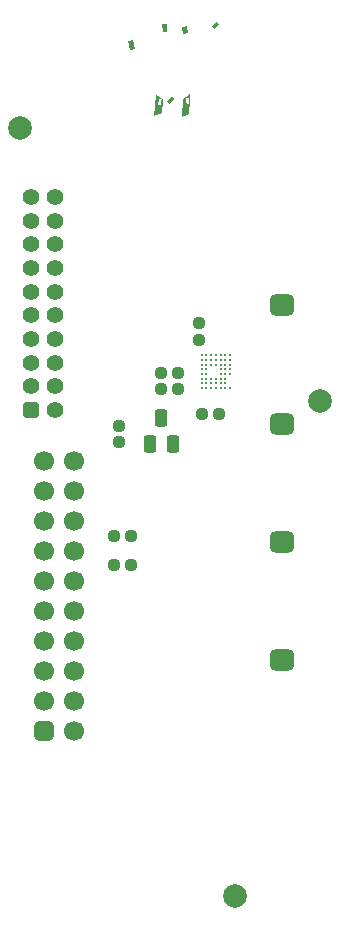
<source format=gts>
G04*
G04 #@! TF.GenerationSoftware,Altium Limited,Altium Designer,23.3.1 (30)*
G04*
G04 Layer_Color=8388736*
%FSLAX44Y44*%
%MOMM*%
G71*
G04*
G04 #@! TF.SameCoordinates,93B2F360-A854-404C-8A8F-734AF7A26EB0*
G04*
G04*
G04 #@! TF.FilePolarity,Negative*
G04*
G01*
G75*
G04:AMPARAMS|DCode=21|XSize=0.95mm|YSize=0.95mm|CornerRadius=0.2625mm|HoleSize=0mm|Usage=FLASHONLY|Rotation=270.000|XOffset=0mm|YOffset=0mm|HoleType=Round|Shape=RoundedRectangle|*
%AMROUNDEDRECTD21*
21,1,0.9500,0.4250,0,0,270.0*
21,1,0.4250,0.9500,0,0,270.0*
1,1,0.5250,-0.2125,-0.2125*
1,1,0.5250,-0.2125,0.2125*
1,1,0.5250,0.2125,0.2125*
1,1,0.5250,0.2125,-0.2125*
%
%ADD21ROUNDEDRECTD21*%
%ADD22C,2.0000*%
G04:AMPARAMS|DCode=23|XSize=0.95mm|YSize=0.95mm|CornerRadius=0.2625mm|HoleSize=0mm|Usage=FLASHONLY|Rotation=180.000|XOffset=0mm|YOffset=0mm|HoleType=Round|Shape=RoundedRectangle|*
%AMROUNDEDRECTD23*
21,1,0.9500,0.4250,0,0,180.0*
21,1,0.4250,0.9500,0,0,180.0*
1,1,0.5250,-0.2125,0.2125*
1,1,0.5250,0.2125,0.2125*
1,1,0.5250,0.2125,-0.2125*
1,1,0.5250,-0.2125,-0.2125*
%
%ADD23ROUNDEDRECTD23*%
G04:AMPARAMS|DCode=24|XSize=1.1mm|YSize=1.5mm|CornerRadius=0.3mm|HoleSize=0mm|Usage=FLASHONLY|Rotation=0.000|XOffset=0mm|YOffset=0mm|HoleType=Round|Shape=RoundedRectangle|*
%AMROUNDEDRECTD24*
21,1,1.1000,0.9000,0,0,0.0*
21,1,0.5000,1.5000,0,0,0.0*
1,1,0.6000,0.2500,-0.4500*
1,1,0.6000,-0.2500,-0.4500*
1,1,0.6000,-0.2500,0.4500*
1,1,0.6000,0.2500,0.4500*
%
%ADD24ROUNDEDRECTD24*%
%ADD25C,0.2500*%
G04:AMPARAMS|DCode=26|XSize=1.8mm|YSize=2.1mm|CornerRadius=0.475mm|HoleSize=0mm|Usage=FLASHONLY|Rotation=90.000|XOffset=0mm|YOffset=0mm|HoleType=Round|Shape=RoundedRectangle|*
%AMROUNDEDRECTD26*
21,1,1.8000,1.1500,0,0,90.0*
21,1,0.8500,2.1000,0,0,90.0*
1,1,0.9500,0.5750,0.4250*
1,1,0.9500,0.5750,-0.4250*
1,1,0.9500,-0.5750,-0.4250*
1,1,0.9500,-0.5750,0.4250*
%
%ADD26ROUNDEDRECTD26*%
%ADD27C,1.4000*%
G04:AMPARAMS|DCode=28|XSize=1.4mm|YSize=1.4mm|CornerRadius=0.375mm|HoleSize=0mm|Usage=FLASHONLY|Rotation=90.000|XOffset=0mm|YOffset=0mm|HoleType=Round|Shape=RoundedRectangle|*
%AMROUNDEDRECTD28*
21,1,1.4000,0.6500,0,0,90.0*
21,1,0.6500,1.4000,0,0,90.0*
1,1,0.7500,0.3250,0.3250*
1,1,0.7500,0.3250,-0.3250*
1,1,0.7500,-0.3250,-0.3250*
1,1,0.7500,-0.3250,0.3250*
%
%ADD28ROUNDEDRECTD28*%
%ADD29C,0.1000*%
%ADD30C,1.7000*%
G04:AMPARAMS|DCode=31|XSize=1.7mm|YSize=1.7mm|CornerRadius=0.45mm|HoleSize=0mm|Usage=FLASHONLY|Rotation=90.000|XOffset=0mm|YOffset=0mm|HoleType=Round|Shape=RoundedRectangle|*
%AMROUNDEDRECTD31*
21,1,1.7000,0.8000,0,0,90.0*
21,1,0.8000,1.7000,0,0,90.0*
1,1,0.9000,0.4000,0.4000*
1,1,0.9000,0.4000,-0.4000*
1,1,0.9000,-0.4000,-0.4000*
1,1,0.9000,-0.4000,0.4000*
%
%ADD31ROUNDEDRECTD31*%
G36*
X142069Y680497D02*
X143566Y698167D01*
X149377Y694717D01*
X149153Y691880D01*
X148052D01*
X148291Y694438D01*
X145943Y694658D01*
X145513Y690078D01*
X147862Y689858D01*
X148049Y691856D01*
X149152D01*
X148465Y683119D01*
X142069Y680497D01*
D02*
G37*
G36*
X165120Y679162D02*
X166226Y694635D01*
X172664Y699302D01*
X172171Y693059D01*
X171296D01*
X171525Y695504D01*
X169177Y695724D01*
X168748Y691145D01*
X171096Y690925D01*
X171294Y693034D01*
X172169D01*
X171319Y682278D01*
X165120Y679162D01*
D02*
G37*
G36*
X154738Y690922D02*
X152581Y693474D01*
X156692Y696949D01*
X158849Y694398D01*
X154738Y690922D01*
D02*
G37*
G36*
X121104Y736678D02*
X120075Y743991D01*
X124295Y744585D01*
X125324Y737272D01*
X121104Y736678D01*
D02*
G37*
G36*
X149258Y751458D02*
X148784Y758153D01*
X152451Y758412D01*
X152924Y751717D01*
X149258Y751458D01*
D02*
G37*
G36*
X166521Y749637D02*
X165139Y755704D01*
X169424Y756680D01*
X170807Y750613D01*
X166521Y749637D01*
D02*
G37*
G36*
X193391Y753806D02*
X190851Y755976D01*
X194591Y760354D01*
X197131Y758185D01*
X193391Y753806D01*
D02*
G37*
D21*
X108000Y300000D02*
D03*
X122000D02*
D03*
X108000Y325000D02*
D03*
X122000D02*
D03*
X196500Y428000D02*
D03*
X182500Y428000D02*
D03*
D22*
X282000Y439250D02*
D03*
X28250Y670500D02*
D03*
X210000Y20000D02*
D03*
D23*
X147992Y462985D02*
D03*
Y448985D02*
D03*
X162242D02*
D03*
Y462985D02*
D03*
X180000Y505000D02*
D03*
Y491000D02*
D03*
X112000Y404000D02*
D03*
Y418000D02*
D03*
D24*
X138492Y402615D02*
D03*
X157492D02*
D03*
X147992Y424615D02*
D03*
D25*
X194200Y478000D02*
D03*
X198200Y474000D02*
D03*
Y478000D02*
D03*
X194200Y474000D02*
D03*
X202200Y478000D02*
D03*
X190200Y450000D02*
D03*
Y454000D02*
D03*
Y458000D02*
D03*
Y470000D02*
D03*
Y474000D02*
D03*
Y478000D02*
D03*
X186200Y450000D02*
D03*
Y454000D02*
D03*
Y458000D02*
D03*
Y462000D02*
D03*
Y466000D02*
D03*
Y470000D02*
D03*
Y474000D02*
D03*
Y478000D02*
D03*
X182200Y450000D02*
D03*
Y454000D02*
D03*
Y458000D02*
D03*
Y462000D02*
D03*
Y466000D02*
D03*
Y470000D02*
D03*
Y474000D02*
D03*
Y478000D02*
D03*
X206200Y450000D02*
D03*
Y462000D02*
D03*
Y466000D02*
D03*
Y470000D02*
D03*
Y474000D02*
D03*
Y478000D02*
D03*
X202200Y450000D02*
D03*
Y454000D02*
D03*
Y458000D02*
D03*
Y462000D02*
D03*
Y466000D02*
D03*
Y470000D02*
D03*
Y474000D02*
D03*
X198200Y450000D02*
D03*
Y454000D02*
D03*
Y458000D02*
D03*
Y462000D02*
D03*
Y466000D02*
D03*
Y470000D02*
D03*
X194200Y450000D02*
D03*
Y454000D02*
D03*
Y458000D02*
D03*
Y470000D02*
D03*
D26*
X250000Y320000D02*
D03*
Y220000D02*
D03*
Y420000D02*
D03*
Y520000D02*
D03*
D27*
X37800Y471650D02*
D03*
X57800Y451650D02*
D03*
Y611650D02*
D03*
X37800D02*
D03*
X57800Y591650D02*
D03*
X37800D02*
D03*
X57800Y571650D02*
D03*
X37800D02*
D03*
X57800Y551650D02*
D03*
X37800D02*
D03*
X57800Y531650D02*
D03*
X37800D02*
D03*
X57800Y511650D02*
D03*
X37800D02*
D03*
X57800Y491650D02*
D03*
X37800D02*
D03*
X57800Y471650D02*
D03*
X37800Y451650D02*
D03*
X57800Y431650D02*
D03*
D28*
X37800D02*
D03*
D29*
X260000Y730000D02*
D03*
Y40000D02*
D03*
X47500Y730000D02*
D03*
Y40000D02*
D03*
D30*
X74400Y160000D02*
D03*
X49000Y185400D02*
D03*
X74400D02*
D03*
X49000Y210800D02*
D03*
X74400D02*
D03*
X49000Y236200D02*
D03*
X74400D02*
D03*
X49000Y261600D02*
D03*
X74400D02*
D03*
X49000Y287000D02*
D03*
X74400D02*
D03*
X49000Y312400D02*
D03*
X74400D02*
D03*
X49000Y337800D02*
D03*
X74400D02*
D03*
X49000Y363200D02*
D03*
X74400D02*
D03*
X49000Y388600D02*
D03*
X74400D02*
D03*
D31*
X49000Y160000D02*
D03*
M02*

</source>
